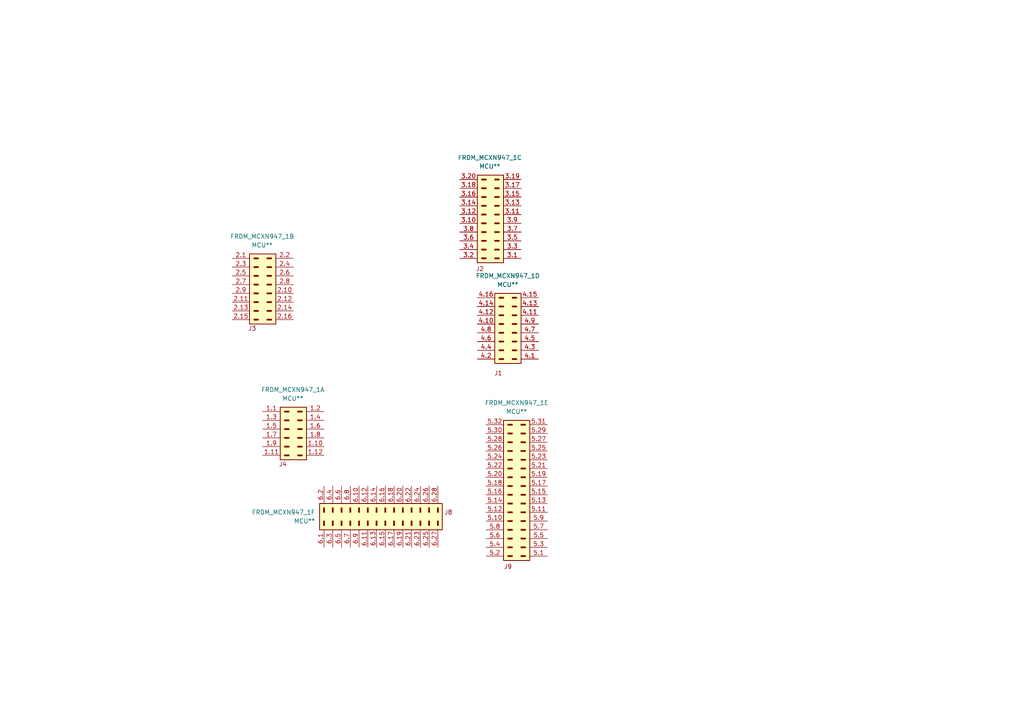
<source format=kicad_sch>
(kicad_sch (version 20250114) (generator "eeschema") (generator_version "9.0")
  (paper "A4")
  (lib_symbols
    (symbol "FRDM-MCXN947__Shield_Template-altium-import:MCU**" (in_bom no)
      (property "Reference" "FRDM_MCXN947_" (at 10.668 36.83 0))
      (property "Value" "MCU**" (at 17.018 35.306 0))
      (symbol "MCU**_1_0"
        (rectangle (start -20.32 17.78) (end -12.7 2.54) (stroke (width 0.254)) (fill (type background)))
        (rectangle (start -19.05 16.637) (end -17.78 16.383) (stroke (width 0.254)))
        (rectangle (start -19.05 14.097) (end -17.78 13.843) (stroke (width 0.254)))
        (rectangle (start -19.05 11.557) (end -17.78 11.303) (stroke (width 0.254)))
        (rectangle (start -19.05 9.017) (end -17.78 8.763) (stroke (width 0.254)))
        (rectangle (start -19.05 6.477) (end -17.78 6.223) (stroke (width 0.254)))
        (rectangle (start -19.05 3.937) (end -17.78 3.683) (stroke (width 0.254)))
        (rectangle (start -15.24 16.637) (end -13.97 16.383) (stroke (width 0.254)))
        (rectangle (start -15.24 14.097) (end -13.97 13.843) (stroke (width 0.254)))
        (rectangle (start -15.24 11.557) (end -13.97 11.303) (stroke (width 0.254)))
        (rectangle (start -15.24 9.017) (end -13.97 8.763) (stroke (width 0.254)))
        (rectangle (start -15.24 6.477) (end -13.97 6.223) (stroke (width 0.254)))
        (rectangle (start -15.24 3.937) (end -13.97 3.683) (stroke (width 0.254)))
        (pin passive line (at -25.4 16.51 0) (length 5.08) (name "Pin_1") (number "1.1"))
        (pin passive line (at -25.4 13.97 0) (length 5.08) (name "Pin_3") (number "1.3"))
        (pin passive line (at -25.4 11.43 0) (length 5.08) (name "Pin_5") (number "1.5"))
        (pin passive line (at -25.4 8.89 0) (length 5.08) (name "Pin_7") (number "1.7"))
        (pin passive line (at -25.4 6.35 0) (length 5.08) (name "Pin_9") (number "1.9"))
        (pin passive line (at -25.4 3.81 0) (length 5.08) (name "Pin_11") (number "1.11"))
        (pin passive line (at -7.62 16.51 180) (length 5.08) (name "Pin_2") (number "1.2"))
        (pin passive line (at -7.62 13.97 180) (length 5.08) (name "Pin_4") (number "1.4"))
        (pin passive line (at -7.62 11.43 180) (length 5.08) (name "Pin_6") (number "1.6"))
        (pin passive line (at -7.62 8.89 180) (length 5.08) (name "Pin_8") (number "1.8"))
        (pin passive line (at -7.62 6.35 180) (length 5.08) (name "Pin_10") (number "1.10"))
        (pin passive line (at -7.62 3.81 180) (length 5.08) (name "Pin_12") (number "1.12"))
      )
      (symbol "MCU**_1_1"
        (text "J4" (at -19.558 1.27 0) (effects (font (size 1.27 1.27))))
      )
      (symbol "MCU**_2_0"
        (rectangle (start -30.48 59.69) (end -22.86 39.37) (stroke (width 0.254)) (fill (type background)))
        (rectangle (start -29.21 58.547) (end -27.94 58.293) (stroke (width 0.254)))
        (rectangle (start -29.21 56.007) (end -27.94 55.753) (stroke (width 0.254)))
        (rectangle (start -29.21 53.467) (end -27.94 53.213) (stroke (width 0.254)))
        (rectangle (start -29.21 50.927) (end -27.94 50.673) (stroke (width 0.254)))
        (rectangle (start -29.21 48.387) (end -27.94 48.133) (stroke (width 0.254)))
        (rectangle (start -29.21 45.847) (end -27.94 45.593) (stroke (width 0.254)))
        (rectangle (start -29.21 43.307) (end -27.94 43.053) (stroke (width 0.254)))
        (rectangle (start -29.21 40.767) (end -27.94 40.513) (stroke (width 0.254)))
        (rectangle (start -25.4 58.547) (end -24.13 58.293) (stroke (width 0.254)))
        (rectangle (start -25.4 56.007) (end -24.13 55.753) (stroke (width 0.254)))
        (rectangle (start -25.4 53.467) (end -24.13 53.213) (stroke (width 0.254)))
        (rectangle (start -25.4 50.927) (end -24.13 50.673) (stroke (width 0.254)))
        (rectangle (start -25.4 48.387) (end -24.13 48.133) (stroke (width 0.254)))
        (rectangle (start -25.4 45.847) (end -24.13 45.593) (stroke (width 0.254)))
        (rectangle (start -25.4 43.307) (end -24.13 43.053) (stroke (width 0.254)))
        (rectangle (start -25.4 40.767) (end -24.13 40.513) (stroke (width 0.254)))
        (pin passive line (at -35.56 58.42 0) (length 5.08) (name "Pin_J3_1") (number "2.1"))
        (pin passive line (at -35.56 55.88 0) (length 5.08) (name "Pin_J3_3") (number "2.3"))
        (pin passive line (at -35.56 53.34 0) (length 5.08) (name "Pin_J3_5") (number "2.5"))
        (pin passive line (at -35.56 50.8 0) (length 5.08) (name "Pin_J3_7") (number "2.7"))
        (pin passive line (at -35.56 48.26 0) (length 5.08) (name "Pin_J3_9") (number "2.9"))
        (pin passive line (at -35.56 45.72 0) (length 5.08) (name "Pin_J3_11") (number "2.11"))
        (pin passive line (at -35.56 43.18 0) (length 5.08) (name "Pin_J3_13") (number "2.13"))
        (pin passive line (at -35.56 40.64 0) (length 5.08) (name "Pin_J3_15") (number "2.15"))
        (pin passive line (at -17.78 58.42 180) (length 5.08) (name "Pin_J3_2") (number "2.2"))
        (pin passive line (at -17.78 55.88 180) (length 5.08) (name "Pin_J3_4") (number "2.4"))
        (pin passive line (at -17.78 53.34 180) (length 5.08) (name "Pin_J3_6") (number "2.6"))
        (pin passive line (at -17.78 50.8 180) (length 5.08) (name "Pin_J3_8") (number "2.8"))
        (pin passive line (at -17.78 48.26 180) (length 5.08) (name "Pin_J3_10") (number "2.10"))
        (pin passive line (at -17.78 45.72 180) (length 5.08) (name "Pin_J3_12") (number "2.12"))
        (pin passive line (at -17.78 43.18 180) (length 5.08) (name "Pin_J3_14") (number "2.14"))
        (pin passive line (at -17.78 40.64 180) (length 5.08) (name "Pin_J3_16") (number "2.16"))
      )
      (symbol "MCU**_2_1"
        (text "J3" (at -29.718 38.1 0) (effects (font (size 1.27 1.27))))
      )
      (symbol "MCU**_3_0"
        (rectangle (start 35.56 82.55) (end 43.18 57.15) (stroke (width 0.254)) (fill (type background)))
        (rectangle (start 36.83 81.407) (end 38.1 81.153) (stroke (width 0.254)))
        (rectangle (start 36.83 78.867) (end 38.1 78.613) (stroke (width 0.254)))
        (rectangle (start 36.83 76.327) (end 38.1 76.073) (stroke (width 0.254)))
        (rectangle (start 36.83 73.787) (end 38.1 73.533) (stroke (width 0.254)))
        (rectangle (start 36.83 71.247) (end 38.1 70.993) (stroke (width 0.254)))
        (rectangle (start 36.83 68.707) (end 38.1 68.453) (stroke (width 0.254)))
        (rectangle (start 36.83 66.167) (end 38.1 65.913) (stroke (width 0.254)))
        (rectangle (start 36.83 63.627) (end 38.1 63.373) (stroke (width 0.254)))
        (rectangle (start 36.83 61.087) (end 38.1 60.833) (stroke (width 0.254)))
        (rectangle (start 36.83 58.547) (end 38.1 58.293) (stroke (width 0.254)))
        (rectangle (start 40.64 81.407) (end 41.91 81.153) (stroke (width 0.254)))
        (rectangle (start 40.64 78.867) (end 41.91 78.613) (stroke (width 0.254)))
        (rectangle (start 40.64 76.327) (end 41.91 76.073) (stroke (width 0.254)))
        (rectangle (start 40.64 73.787) (end 41.91 73.533) (stroke (width 0.254)))
        (rectangle (start 40.64 71.247) (end 41.91 70.993) (stroke (width 0.254)))
        (rectangle (start 40.64 68.707) (end 41.91 68.453) (stroke (width 0.254)))
        (rectangle (start 40.64 66.167) (end 41.91 65.913) (stroke (width 0.254)))
        (rectangle (start 40.64 63.627) (end 41.91 63.373) (stroke (width 0.254)))
        (rectangle (start 40.64 61.087) (end 41.91 60.833) (stroke (width 0.254)))
        (rectangle (start 40.64 58.547) (end 41.91 58.293) (stroke (width 0.254)))
        (pin passive line (at 30.48 81.28 0) (length 5.08) (name "Pin_J2_20") (number "3.20"))
        (pin passive line (at 30.48 78.74 0) (length 5.08) (name "Pin_J2_18") (number "3.18"))
        (pin passive line (at 30.48 76.2 0) (length 5.08) (name "Pin_J2_16") (number "3.16"))
        (pin power_in line (at 30.48 73.66 0) (length 5.08) (name "GND") (number "3.14"))
        (pin passive line (at 30.48 71.12 0) (length 5.08) (name "Pin_J2_12") (number "3.12"))
        (pin passive line (at 30.48 68.58 0) (length 5.08) (name "Pin_J2_10") (number "3.10"))
        (pin passive line (at 30.48 66.04 0) (length 5.08) (name "Pin_J2_8") (number "3.8"))
        (pin passive line (at 30.48 63.5 0) (length 5.08) (name "Pin_J2_6") (number "3.6"))
        (pin passive line (at 30.48 60.96 0) (length 5.08) (name "Pin_J2_4") (number "3.4"))
        (pin passive line (at 30.48 58.42 0) (length 5.08) (name "Pin_J2_2") (number "3.2"))
        (pin passive line (at 48.26 81.28 180) (length 5.08) (name "Pin_J2_19") (number "3.19"))
        (pin passive line (at 48.26 78.74 180) (length 5.08) (name "Pin_J2_17") (number "3.17"))
        (pin passive line (at 48.26 76.2 180) (length 5.08) (name "Pin_J2_15") (number "3.15"))
        (pin passive line (at 48.26 73.66 180) (length 5.08) (name "Pin_J2_13") (number "3.13"))
        (pin passive line (at 48.26 71.12 180) (length 5.08) (name "Pin_J2_11") (number "3.11"))
        (pin passive line (at 48.26 68.58 180) (length 5.08) (name "Pin_J2_9") (number "3.9"))
        (pin passive line (at 48.26 66.04 180) (length 5.08) (name "Pin_J2_7") (number "3.7"))
        (pin passive line (at 48.26 63.5 180) (length 5.08) (name "Pin_J2_5") (number "3.5"))
        (pin passive line (at 48.26 60.96 180) (length 5.08) (name "Pin_J2_3") (number "3.3"))
        (pin passive line (at 48.26 58.42 180) (length 5.08) (name "Pin_J2_1") (number "3.1"))
      )
      (symbol "MCU**_3_1"
        (text "J2" (at 36.322 55.372 0) (effects (font (size 1.27 1.27))))
      )
      (symbol "MCU**_4_0"
        (rectangle (start 43.18 46.863) (end 41.91 47.117) (stroke (width 0.254)))
        (rectangle (start 43.18 44.323) (end 41.91 44.577) (stroke (width 0.254)))
        (rectangle (start 43.18 41.783) (end 41.91 42.037) (stroke (width 0.254)))
        (rectangle (start 43.18 39.243) (end 41.91 39.497) (stroke (width 0.254)))
        (rectangle (start 43.18 36.703) (end 41.91 36.957) (stroke (width 0.254)))
        (rectangle (start 43.18 34.163) (end 41.91 34.417) (stroke (width 0.254)))
        (rectangle (start 43.18 31.623) (end 41.91 31.877) (stroke (width 0.254)))
        (rectangle (start 43.18 29.083) (end 41.91 29.337) (stroke (width 0.254)))
        (rectangle (start 46.99 46.863) (end 45.72 47.117) (stroke (width 0.254)))
        (rectangle (start 46.99 44.323) (end 45.72 44.577) (stroke (width 0.254)))
        (rectangle (start 46.99 41.783) (end 45.72 42.037) (stroke (width 0.254)))
        (rectangle (start 46.99 39.243) (end 45.72 39.497) (stroke (width 0.254)))
        (rectangle (start 46.99 36.703) (end 45.72 36.957) (stroke (width 0.254)))
        (rectangle (start 46.99 34.163) (end 45.72 34.417) (stroke (width 0.254)))
        (rectangle (start 46.99 31.623) (end 45.72 31.877) (stroke (width 0.254)))
        (rectangle (start 46.99 29.083) (end 45.72 29.337) (stroke (width 0.254)))
        (rectangle (start 48.26 27.94) (end 40.64 48.26) (stroke (width 0.254)) (fill (type background)))
        (pin passive line (at 35.56 46.99 0) (length 5.08) (name "Pin_J1_16") (number "4.16"))
        (pin passive line (at 35.56 44.45 0) (length 5.08) (name "Pin_J1_14") (number "4.14"))
        (pin passive line (at 35.56 41.91 0) (length 5.08) (name "Pin_J1_12") (number "4.12"))
        (pin passive line (at 35.56 39.37 0) (length 5.08) (name "Pin_J1_10") (number "4.10"))
        (pin passive line (at 35.56 36.83 0) (length 5.08) (name "Pin_J1_8") (number "4.8"))
        (pin passive line (at 35.56 34.29 0) (length 5.08) (name "Pin_J1_6") (number "4.6"))
        (pin passive line (at 35.56 31.75 0) (length 5.08) (name "Pin_J1_4") (number "4.4"))
        (pin passive line (at 35.56 29.21 0) (length 5.08) (name "Pin_J1_2") (number "4.2"))
        (pin passive line (at 53.34 46.99 180) (length 5.08) (name "Pin_J1_15") (number "4.15"))
        (pin passive line (at 53.34 44.45 180) (length 5.08) (name "Pin_J1_13") (number "4.13"))
        (pin passive line (at 53.34 41.91 180) (length 5.08) (name "Pin_J1_11") (number "4.11"))
        (pin passive line (at 53.34 39.37 180) (length 5.08) (name "Pin_J1_9") (number "4.9"))
        (pin passive line (at 53.34 36.83 180) (length 5.08) (name "Pin_J1_7") (number "4.7"))
        (pin passive line (at 53.34 34.29 180) (length 5.08) (name "Pin_J1_5") (number "4.5"))
        (pin passive line (at 53.34 31.75 180) (length 5.08) (name "Pin_J1_3") (number "4.3"))
        (pin passive line (at 53.34 29.21 180) (length 5.08) (name "Pin_J1_1") (number "4.1"))
      )
      (symbol "MCU**_4_1"
        (text "J1" (at 41.656 25.146 0) (effects (font (size 1.27 1.27))))
      )
      (symbol "MCU**_5_0"
        (rectangle (start 45.72 10.033) (end 44.45 10.287) (stroke (width 0.254)))
        (rectangle (start 45.72 7.493) (end 44.45 7.747) (stroke (width 0.254)))
        (rectangle (start 45.72 4.953) (end 44.45 5.207) (stroke (width 0.254)))
        (rectangle (start 45.72 2.413) (end 44.45 2.667) (stroke (width 0.254)))
        (rectangle (start 45.72 -0.127) (end 44.45 0.127) (stroke (width 0.254)))
        (rectangle (start 45.72 -2.667) (end 44.45 -2.413) (stroke (width 0.254)))
        (rectangle (start 45.72 -5.207) (end 44.45 -4.953) (stroke (width 0.254)))
        (rectangle (start 45.72 -7.747) (end 44.45 -7.493) (stroke (width 0.254)))
        (rectangle (start 45.72 -10.287) (end 44.45 -10.033) (stroke (width 0.254)))
        (rectangle (start 45.72 -12.827) (end 44.45 -12.573) (stroke (width 0.254)))
        (rectangle (start 45.72 -15.367) (end 44.45 -15.113) (stroke (width 0.254)))
        (rectangle (start 45.72 -17.907) (end 44.45 -17.653) (stroke (width 0.254)))
        (rectangle (start 45.72 -20.447) (end 44.45 -20.193) (stroke (width 0.254)))
        (rectangle (start 45.72 -22.987) (end 44.45 -22.733) (stroke (width 0.254)))
        (rectangle (start 45.72 -25.527) (end 44.45 -25.273) (stroke (width 0.254)))
        (rectangle (start 45.72 -28.067) (end 44.45 -27.813) (stroke (width 0.254)))
        (rectangle (start 49.53 10.033) (end 48.26 10.287) (stroke (width 0.254)))
        (rectangle (start 49.53 7.493) (end 48.26 7.747) (stroke (width 0.254)))
        (rectangle (start 49.53 4.953) (end 48.26 5.207) (stroke (width 0.254)))
        (rectangle (start 49.53 2.413) (end 48.26 2.667) (stroke (width 0.254)))
        (rectangle (start 49.53 -0.127) (end 48.26 0.127) (stroke (width 0.254)))
        (rectangle (start 49.53 -2.667) (end 48.26 -2.413) (stroke (width 0.254)))
        (rectangle (start 49.53 -5.207) (end 48.26 -4.953) (stroke (width 0.254)))
        (rectangle (start 49.53 -7.747) (end 48.26 -7.493) (stroke (width 0.254)))
        (rectangle (start 49.53 -10.287) (end 48.26 -10.033) (stroke (width 0.254)))
        (rectangle (start 49.53 -12.827) (end 48.26 -12.573) (stroke (width 0.254)))
        (rectangle (start 49.53 -15.367) (end 48.26 -15.113) (stroke (width 0.254)))
        (rectangle (start 49.53 -17.907) (end 48.26 -17.653) (stroke (width 0.254)))
        (rectangle (start 49.53 -20.447) (end 48.26 -20.193) (stroke (width 0.254)))
        (rectangle (start 49.53 -22.987) (end 48.26 -22.733) (stroke (width 0.254)))
        (rectangle (start 49.53 -25.527) (end 48.26 -25.273) (stroke (width 0.254)))
        (rectangle (start 49.53 -28.067) (end 48.26 -27.813) (stroke (width 0.254)))
        (rectangle (start 50.8 -29.21) (end 43.18 11.43) (stroke (width 0.254)) (fill (type background)))
        (pin passive line (at 38.1 10.16 0) (length 5.08) (name "Pin_J9_32") (number "5.32"))
        (pin passive line (at 38.1 7.62 0) (length 5.08) (name "Pin_J9_30") (number "5.30"))
        (pin passive line (at 38.1 5.08 0) (length 5.08) (name "Pin_J9_28") (number "5.28"))
        (pin passive line (at 38.1 2.54 0) (length 5.08) (name "Pin_J9_26") (number "5.26"))
        (pin passive line (at 38.1 0 0) (length 5.08) (name "Pin_J9_24") (number "5.24"))
        (pin passive line (at 38.1 -2.54 0) (length 5.08) (name "Pin_J9_22") (number "5.22"))
        (pin passive line (at 38.1 -5.08 0) (length 5.08) (name "Pin_J9_20") (number "5.20"))
        (pin passive line (at 38.1 -7.62 0) (length 5.08) (name "Pin_J9_18") (number "5.18"))
        (pin passive line (at 38.1 -10.16 0) (length 5.08) (name "Pin_J9_16") (number "5.16"))
        (pin passive line (at 38.1 -12.7 0) (length 5.08) (name "Pin_J9_14") (number "5.14"))
        (pin passive line (at 38.1 -15.24 0) (length 5.08) (name "Pin_J9_12") (number "5.12"))
        (pin passive line (at 38.1 -17.78 0) (length 5.08) (name "Pin_J9_10") (number "5.10"))
        (pin passive line (at 38.1 -20.32 0) (length 5.08) (name "Pin_J9_8") (number "5.8"))
        (pin passive line (at 38.1 -22.86 0) (length 5.08) (name "Pin_J9_6") (number "5.6"))
        (pin passive line (at 38.1 -25.4 0) (length 5.08) (name "Pin_J9_4") (number "5.4"))
        (pin passive line (at 38.1 -27.94 0) (length 5.08) (name "Pin_J9_2") (number "5.2"))
        (pin passive line (at 55.88 10.16 180) (length 5.08) (name "Pin_J9_31") (number "5.31"))
        (pin passive line (at 55.88 7.62 180) (length 5.08) (name "Pin_J9_29") (number "5.29"))
        (pin passive line (at 55.88 5.08 180) (length 5.08) (name "Pin_J9_27") (number "5.27"))
        (pin passive line (at 55.88 2.54 180) (length 5.08) (name "Pin_J9_25") (number "5.25"))
        (pin passive line (at 55.88 0 180) (length 5.08) (name "Pin_J9_23") (number "5.23"))
        (pin passive line (at 55.88 -2.54 180) (length 5.08) (name "Pin_J9_21") (number "5.21"))
        (pin passive line (at 55.88 -5.08 180) (length 5.08) (name "Pin_J9_19") (number "5.19"))
        (pin passive line (at 55.88 -7.62 180) (length 5.08) (name "Pin_J9_17") (number "5.17"))
        (pin passive line (at 55.88 -10.16 180) (length 5.08) (name "Pin_J9_15") (number "5.15"))
        (pin passive line (at 55.88 -12.7 180) (length 5.08) (name "Pin_J9_13") (number "5.13"))
        (pin passive line (at 55.88 -15.24 180) (length 5.08) (name "Pin_J9_11") (number "5.11"))
        (pin passive line (at 55.88 -17.78 180) (length 5.08) (name "Pin_J9_9") (number "5.9"))
        (pin passive line (at 55.88 -20.32 180) (length 5.08) (name "Pin_J9_7") (number "5.7"))
        (pin passive line (at 55.88 -22.86 180) (length 5.08) (name "Pin_J9_5") (number "5.5"))
        (pin passive line (at 55.88 -25.4 180) (length 5.08) (name "Pin_J9_3") (number "5.3"))
        (pin passive line (at 55.88 -27.94 180) (length 5.08) (name "Pin_J9_1") (number "5.1"))
      )
      (symbol "MCU**_5_1"
        (text "J9" (at 44.45 -30.988 0) (effects (font (size 1.27 1.27))))
      )
      (symbol "MCU**_6_0"
        (rectangle (start -10.16 -20.32) (end 25.4 -12.7) (stroke (width 0.254)) (fill (type background)))
        (rectangle (start -9.017 -15.24) (end -8.763 -13.97) (stroke (width 0.254)))
        (rectangle (start -9.017 -19.05) (end -8.763 -17.78) (stroke (width 0.254)))
        (rectangle (start -6.477 -15.24) (end -6.223 -13.97) (stroke (width 0.254)))
        (rectangle (start -6.477 -19.05) (end -6.223 -17.78) (stroke (width 0.254)))
        (rectangle (start -3.937 -15.24) (end -3.683 -13.97) (stroke (width 0.254)))
        (rectangle (start -3.937 -19.05) (end -3.683 -17.78) (stroke (width 0.254)))
        (rectangle (start -1.397 -15.24) (end -1.143 -13.97) (stroke (width 0.254)))
        (rectangle (start -1.397 -19.05) (end -1.143 -17.78) (stroke (width 0.254)))
        (rectangle (start 1.143 -15.24) (end 1.397 -13.97) (stroke (width 0.254)))
        (rectangle (start 1.143 -19.05) (end 1.397 -17.78) (stroke (width 0.254)))
        (rectangle (start 3.683 -15.24) (end 3.937 -13.97) (stroke (width 0.254)))
        (rectangle (start 3.683 -19.05) (end 3.937 -17.78) (stroke (width 0.254)))
        (rectangle (start 6.223 -15.24) (end 6.477 -13.97) (stroke (width 0.254)))
        (rectangle (start 6.223 -19.05) (end 6.477 -17.78) (stroke (width 0.254)))
        (rectangle (start 8.763 -15.24) (end 9.017 -13.97) (stroke (width 0.254)))
        (rectangle (start 8.763 -19.05) (end 9.017 -17.78) (stroke (width 0.254)))
        (rectangle (start 11.303 -15.24) (end 11.557 -13.97) (stroke (width 0.254)))
        (rectangle (start 11.303 -19.05) (end 11.557 -17.78) (stroke (width 0.254)))
        (rectangle (start 13.843 -15.24) (end 14.097 -13.97) (stroke (width 0.254)))
        (rectangle (start 13.843 -19.05) (end 14.097 -17.78) (stroke (width 0.254)))
        (rectangle (start 16.383 -15.24) (end 16.637 -13.97) (stroke (width 0.254)))
        (rectangle (start 16.383 -19.05) (end 16.637 -17.78) (stroke (width 0.254)))
        (rectangle (start 18.923 -15.24) (end 19.177 -13.97) (stroke (width 0.254)))
        (rectangle (start 18.923 -19.05) (end 19.177 -17.78) (stroke (width 0.254)))
        (rectangle (start 21.463 -15.24) (end 21.717 -13.97) (stroke (width 0.254)))
        (rectangle (start 21.463 -19.05) (end 21.717 -17.78) (stroke (width 0.254)))
        (rectangle (start 24.003 -15.24) (end 24.257 -13.97) (stroke (width 0.254)))
        (rectangle (start 24.003 -19.05) (end 24.257 -17.78) (stroke (width 0.254)))
        (pin passive line (at -8.89 -7.62 270) (length 5.08) (name "Pin_J8_2") (number "6.2"))
        (pin passive line (at -8.89 -25.4 90) (length 5.08) (name "Pin_J8_1") (number "6.1"))
        (pin passive line (at -6.35 -7.62 270) (length 5.08) (name "Pin_J8_4") (number "6.4"))
        (pin passive line (at -6.35 -25.4 90) (length 5.08) (name "Pin_J8_3") (number "6.3"))
        (pin passive line (at -3.81 -7.62 270) (length 5.08) (name "Pin_J8_6") (number "6.6"))
        (pin passive line (at -3.81 -25.4 90) (length 5.08) (name "Pin_J8_5") (number "6.5"))
        (pin passive line (at -1.27 -7.62 270) (length 5.08) (name "Pin_J8_8") (number "6.8"))
        (pin passive line (at -1.27 -25.4 90) (length 5.08) (name "Pin_J8_7") (number "6.7"))
        (pin passive line (at 1.27 -7.62 270) (length 5.08) (name "Pin_J8_10") (number "6.10"))
        (pin passive line (at 1.27 -25.4 90) (length 5.08) (name "Pin_J8_9") (number "6.9"))
        (pin passive line (at 3.81 -7.62 270) (length 5.08) (name "Pin_J8_12") (number "6.12"))
        (pin passive line (at 3.81 -25.4 90) (length 5.08) (name "Pin_J8_11") (number "6.11"))
        (pin passive line (at 6.35 -7.62 270) (length 5.08) (name "Pin_J8_14") (number "6.14"))
        (pin passive line (at 6.35 -25.4 90) (length 5.08) (name "Pin_J8_13") (number "6.13"))
        (pin passive line (at 8.89 -7.62 270) (length 5.08) (name "Pin_J8_16") (number "6.16"))
        (pin passive line (at 8.89 -25.4 90) (length 5.08) (name "Pin_J8_15") (number "6.15"))
        (pin passive line (at 11.43 -7.62 270) (length 5.08) (name "Pin_J8_18") (number "6.18"))
        (pin passive line (at 11.43 -25.4 90) (length 5.08) (name "Pin_J8_17") (number "6.17"))
        (pin passive line (at 13.97 -7.62 270) (length 5.08) (name "Pin_J8_20") (number "6.20"))
        (pin passive line (at 13.97 -25.4 90) (length 5.08) (name "Pin_J8_19") (number "6.19"))
        (pin passive line (at 16.51 -7.62 270) (length 5.08) (name "Pin_J8_22") (number "6.22"))
        (pin passive line (at 16.51 -25.4 90) (length 5.08) (name "Pin_J8_21") (number "6.21"))
        (pin passive line (at 19.05 -7.62 270) (length 5.08) (name "Pin_J8_24") (number "6.24"))
        (pin passive line (at 19.05 -25.4 90) (length 5.08) (name "Pin_J8_23") (number "6.23"))
        (pin passive line (at 21.59 -7.62 270) (length 5.08) (name "Pin_J8_26") (number "6.26"))
        (pin passive line (at 21.59 -25.4 90) (length 5.08) (name "Pin_J8_25") (number "6.25"))
        (pin passive line (at 24.13 -7.62 270) (length 5.08) (name "Pin_J8_28") (number "6.28"))
        (pin passive line (at 24.13 -25.4 90) (length 5.08) (name "Pin_J8_27") (number "6.27"))
      )
      (symbol "MCU**_6_1"
        (text "J8" (at 27.178 -15.24 0) (effects (font (size 1.27 1.27))))
      )
    )
  )
  (symbol (lib_id "FRDM-MCXN947__Shield_Template-altium-import:MCU**") (at 102.87 133.35 0) (unit 6) (in_bom no)
    (property "Reference" "FRDM_MCXN947_1" (at 91.44 148.5899 0) (effects (justify right)))
    (property "Value" "MCU**" (at 91.44 151.1299 0) (effects (justify right)))
    (property "Footprint" "FRDM-MCXN947:FRDM-MCXN947" (effects (hide yes)))
  )
  (symbol (lib_id "FRDM-MCXN947__Shield_Template-altium-import:MCU**") (at 102.87 133.35 0) (unit 2) (in_bom no)
    (property "Reference" "FRDM_MCXN947_1" (at 76.0446 68.58 0))
    (property "Value" "MCU**" (at 76.0446 71.12 0))
    (property "Footprint" "FRDM-MCXN947:FRDM-MCXN947" (effects (hide yes)))
  )
  (symbol (lib_id "FRDM-MCXN947__Shield_Template-altium-import:MCU**") (at 102.87 133.35 0) (unit 4) (in_bom no)
    (property "Reference" "FRDM_MCXN947_1" (at 147.2916 80.01 0))
    (property "Value" "MCU**" (at 147.2916 82.55 0))
    (property "Footprint" "FRDM-MCXN947:FRDM-MCXN947" (effects (hide yes)))
  )
  (symbol (lib_id "FRDM-MCXN947__Shield_Template-altium-import:MCU**") (at 102.87 133.35 0) (unit 3) (in_bom no)
    (property "Reference" "FRDM_MCXN947_1" (at 142.0846 45.72 0))
    (property "Value" "MCU**" (at 142.0846 48.26 0))
    (property "Footprint" "FRDM-MCXN947:FRDM-MCXN947" (effects (hide yes)))
  )
  (symbol (lib_id "FRDM-MCXN947__Shield_Template-altium-import:MCU**") (at 102.87 133.35 0) (unit 5) (in_bom no)
    (property "Reference" "FRDM_MCXN947_1" (at 149.86 116.84 0))
    (property "Value" "MCU**" (at 149.86 119.38 0))
    (property "Footprint" "FRDM-MCXN947:FRDM-MCXN947" (effects (hide yes)))
  )
  (symbol (lib_id "FRDM-MCXN947__Shield_Template-altium-import:MCU**") (at 101.6 135.89 0) (unit 1) (in_bom no)
    (property "Reference" "FRDM_MCXN947_1" (at 84.9346 113.03 0))
    (property "Value" "MCU**" (at 84.9346 115.57 0))
    (property "Footprint" "FRDM-MCXN947:FRDM-MCXN947" (effects (hide yes)))
  )
)
</source>
